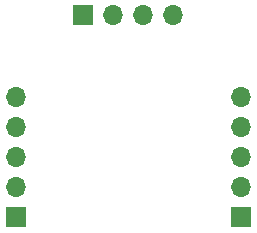
<source format=gbr>
%TF.GenerationSoftware,KiCad,Pcbnew,8.0.3*%
%TF.CreationDate,2024-10-12T13:36:13-04:00*%
%TF.ProjectId,puzzle-piece-pcb,70757a7a-6c65-42d7-9069-6563652d7063,rev?*%
%TF.SameCoordinates,Original*%
%TF.FileFunction,Soldermask,Top*%
%TF.FilePolarity,Negative*%
%FSLAX46Y46*%
G04 Gerber Fmt 4.6, Leading zero omitted, Abs format (unit mm)*
G04 Created by KiCad (PCBNEW 8.0.3) date 2024-10-12 13:36:13*
%MOMM*%
%LPD*%
G01*
G04 APERTURE LIST*
%ADD10R,1.700000X1.700000*%
%ADD11O,1.700000X1.700000*%
G04 APERTURE END LIST*
D10*
%TO.C,J1*%
X159950000Y-90725000D03*
D11*
X162490000Y-90725000D03*
X165030000Y-90725000D03*
X167570000Y-90725000D03*
%TD*%
D10*
%TO.C,J3*%
X173250000Y-107825000D03*
D11*
X173250000Y-105285000D03*
X173250000Y-102745000D03*
X173250000Y-100205000D03*
X173250000Y-97665000D03*
%TD*%
D10*
%TO.C,J2*%
X154250000Y-107825000D03*
D11*
X154250000Y-105285000D03*
X154250000Y-102745000D03*
X154250000Y-100205000D03*
X154250000Y-97665000D03*
%TD*%
M02*

</source>
